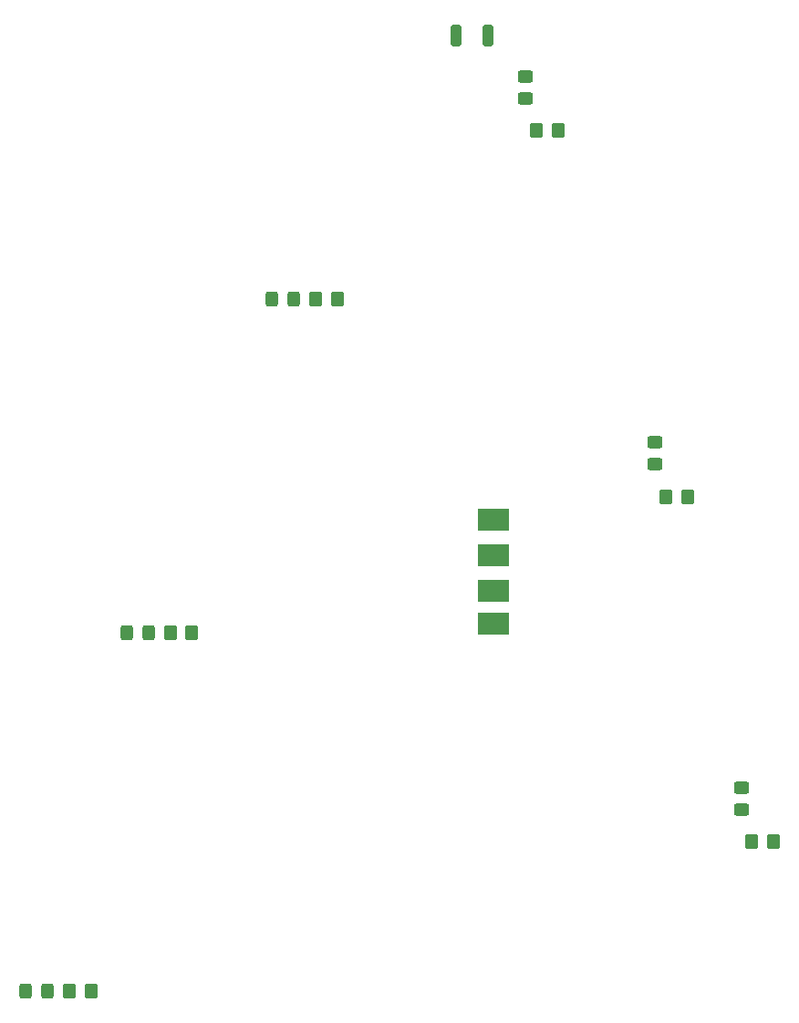
<source format=gts>
G04 #@! TF.GenerationSoftware,KiCad,Pcbnew,7.0.8*
G04 #@! TF.CreationDate,2024-11-08T22:29:11+01:00*
G04 #@! TF.ProjectId,PCB_Christmas_Tree.kicad_pcb_bez_logo_AGH,5043425f-4368-4726-9973-746d61735f54,rev?*
G04 #@! TF.SameCoordinates,Original*
G04 #@! TF.FileFunction,Soldermask,Top*
G04 #@! TF.FilePolarity,Negative*
%FSLAX46Y46*%
G04 Gerber Fmt 4.6, Leading zero omitted, Abs format (unit mm)*
G04 Created by KiCad (PCBNEW 7.0.8) date 2024-11-08 22:29:11*
%MOMM*%
%LPD*%
G01*
G04 APERTURE LIST*
G04 Aperture macros list*
%AMRoundRect*
0 Rectangle with rounded corners*
0 $1 Rounding radius*
0 $2 $3 $4 $5 $6 $7 $8 $9 X,Y pos of 4 corners*
0 Add a 4 corners polygon primitive as box body*
4,1,4,$2,$3,$4,$5,$6,$7,$8,$9,$2,$3,0*
0 Add four circle primitives for the rounded corners*
1,1,$1+$1,$2,$3*
1,1,$1+$1,$4,$5*
1,1,$1+$1,$6,$7*
1,1,$1+$1,$8,$9*
0 Add four rect primitives between the rounded corners*
20,1,$1+$1,$2,$3,$4,$5,0*
20,1,$1+$1,$4,$5,$6,$7,0*
20,1,$1+$1,$6,$7,$8,$9,0*
20,1,$1+$1,$8,$9,$2,$3,0*%
G04 Aperture macros list end*
%ADD10R,3.000000X2.000000*%
%ADD11RoundRect,0.250000X0.325000X0.450000X-0.325000X0.450000X-0.325000X-0.450000X0.325000X-0.450000X0*%
%ADD12RoundRect,0.250000X-0.350000X-0.450000X0.350000X-0.450000X0.350000X0.450000X-0.350000X0.450000X0*%
%ADD13RoundRect,0.250000X-0.250000X-0.750000X0.250000X-0.750000X0.250000X0.750000X-0.250000X0.750000X0*%
%ADD14RoundRect,0.250000X0.450000X-0.325000X0.450000X0.325000X-0.450000X0.325000X-0.450000X-0.325000X0*%
G04 APERTURE END LIST*
D10*
X98823000Y-94208000D03*
X98823000Y-97510000D03*
X98823000Y-100812000D03*
X98823000Y-103860000D03*
D11*
X57408000Y-138020000D03*
X55358000Y-138020000D03*
D12*
X102823000Y-58098000D03*
X104823000Y-58098000D03*
D13*
X95372000Y-49247000D03*
D14*
X121823000Y-121148000D03*
X121823000Y-119098000D03*
X113823000Y-89123000D03*
X113823000Y-87073000D03*
D12*
X122823000Y-124098000D03*
X124823000Y-124098000D03*
D11*
X66797000Y-104746000D03*
X64747000Y-104746000D03*
X80259000Y-73758000D03*
X78209000Y-73758000D03*
D12*
X114823000Y-92098000D03*
X116823000Y-92098000D03*
X59447000Y-138020000D03*
X61447000Y-138020000D03*
X82307000Y-73758000D03*
X84307000Y-73758000D03*
X68836000Y-104746000D03*
X70836000Y-104746000D03*
D13*
X98293000Y-49247000D03*
D14*
X101823000Y-55123000D03*
X101823000Y-53073000D03*
M02*

</source>
